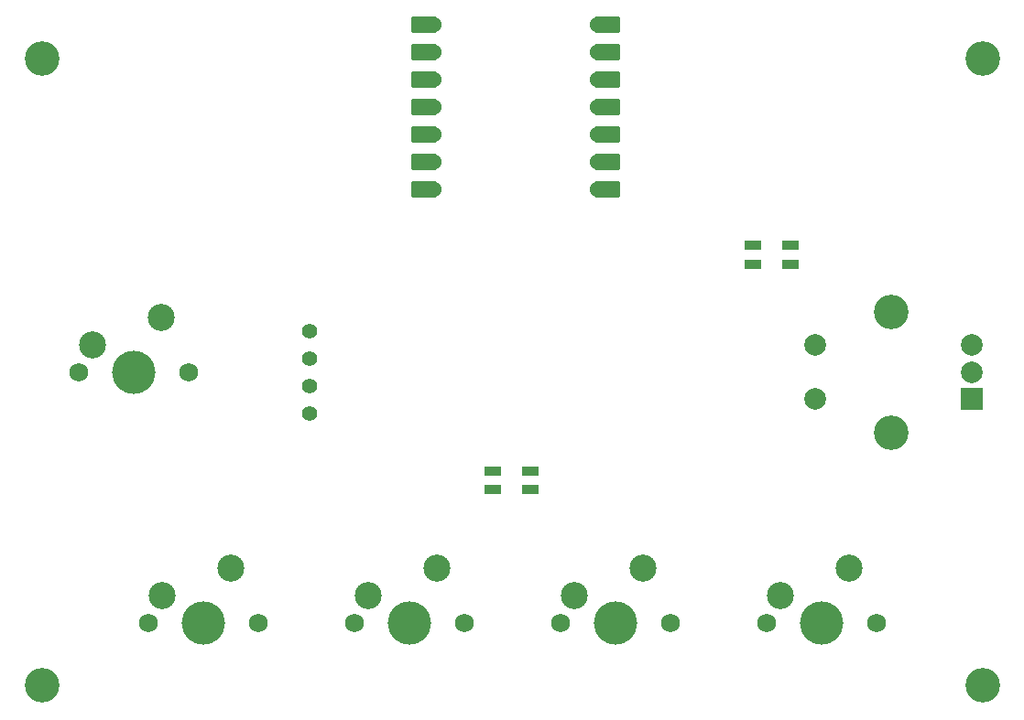
<source format=gts>
%TF.GenerationSoftware,KiCad,Pcbnew,9.0.7*%
%TF.CreationDate,2026-01-03T15:51:30+01:00*%
%TF.ProjectId,Hackpad,4861636b-7061-4642-9e6b-696361645f70,rev?*%
%TF.SameCoordinates,Original*%
%TF.FileFunction,Soldermask,Top*%
%TF.FilePolarity,Negative*%
%FSLAX46Y46*%
G04 Gerber Fmt 4.6, Leading zero omitted, Abs format (unit mm)*
G04 Created by KiCad (PCBNEW 9.0.7) date 2026-01-03 15:51:30*
%MOMM*%
%LPD*%
G01*
G04 APERTURE LIST*
G04 Aperture macros list*
%AMRoundRect*
0 Rectangle with rounded corners*
0 $1 Rounding radius*
0 $2 $3 $4 $5 $6 $7 $8 $9 X,Y pos of 4 corners*
0 Add a 4 corners polygon primitive as box body*
4,1,4,$2,$3,$4,$5,$6,$7,$8,$9,$2,$3,0*
0 Add four circle primitives for the rounded corners*
1,1,$1+$1,$2,$3*
1,1,$1+$1,$4,$5*
1,1,$1+$1,$6,$7*
1,1,$1+$1,$8,$9*
0 Add four rect primitives between the rounded corners*
20,1,$1+$1,$2,$3,$4,$5,0*
20,1,$1+$1,$4,$5,$6,$7,0*
20,1,$1+$1,$6,$7,$8,$9,0*
20,1,$1+$1,$8,$9,$2,$3,0*%
G04 Aperture macros list end*
%ADD10C,1.400000*%
%ADD11C,1.750000*%
%ADD12C,4.000000*%
%ADD13C,2.500000*%
%ADD14C,3.200000*%
%ADD15R,2.000000X2.000000*%
%ADD16C,2.000000*%
%ADD17R,1.600000X0.850000*%
%ADD18RoundRect,0.152400X1.063600X0.609600X-1.063600X0.609600X-1.063600X-0.609600X1.063600X-0.609600X0*%
%ADD19C,1.524000*%
%ADD20RoundRect,0.152400X-1.063600X-0.609600X1.063600X-0.609600X1.063600X0.609600X-1.063600X0.609600X0*%
G04 APERTURE END LIST*
D10*
%TO.C,OL1*%
X95750000Y-99190000D03*
X95750000Y-101730000D03*
X95750000Y-104270000D03*
X95750000Y-106810000D03*
%TD*%
D11*
%TO.C,SW2*%
X99895000Y-126206250D03*
D12*
X104975000Y-126206250D03*
D11*
X110055000Y-126206250D03*
D13*
X101165000Y-123666250D03*
X107515000Y-121126250D03*
%TD*%
D14*
%TO.C,REF\u002A\u002A*%
X71000000Y-74000000D03*
%TD*%
D11*
%TO.C,SW1*%
X80845000Y-126206250D03*
D12*
X85925000Y-126206250D03*
D11*
X91005000Y-126206250D03*
D13*
X82115000Y-123666250D03*
X88465000Y-121126250D03*
%TD*%
D15*
%TO.C,SW6*%
X157000000Y-105500000D03*
D16*
X157000000Y-100500000D03*
X157000000Y-103000000D03*
D14*
X149500000Y-108600000D03*
X149500000Y-97400000D03*
D16*
X142500000Y-100500000D03*
X142500000Y-105500000D03*
%TD*%
D17*
%TO.C,D1*%
X112700000Y-112125000D03*
X112700000Y-113875000D03*
X116200000Y-113875000D03*
X116200000Y-112125000D03*
%TD*%
D14*
%TO.C,REF\u002A\u002A*%
X158000000Y-74000000D03*
%TD*%
D18*
%TO.C,U1*%
X106385000Y-70880000D03*
D19*
X107220000Y-70880000D03*
D18*
X106385000Y-73420000D03*
D19*
X107220000Y-73420000D03*
D18*
X106385000Y-75960000D03*
D19*
X107220000Y-75960000D03*
D18*
X106385000Y-78500000D03*
D19*
X107220000Y-78500000D03*
D18*
X106385000Y-81040000D03*
D19*
X107220000Y-81040000D03*
D18*
X106385000Y-83580000D03*
D19*
X107220000Y-83580000D03*
D18*
X106385000Y-86120000D03*
D19*
X107220000Y-86120000D03*
X122460000Y-86120000D03*
D20*
X123295000Y-86120000D03*
D19*
X122460000Y-83580000D03*
D20*
X123295000Y-83580000D03*
D19*
X122460000Y-81040000D03*
D20*
X123295000Y-81040000D03*
D19*
X122460000Y-78500000D03*
D20*
X123295000Y-78500000D03*
D19*
X122460000Y-75960000D03*
D20*
X123295000Y-75960000D03*
D19*
X122460000Y-73420000D03*
D20*
X123295000Y-73420000D03*
D19*
X122460000Y-70880000D03*
D20*
X123295000Y-70880000D03*
%TD*%
D14*
%TO.C,REF\u002A\u002A*%
X158000000Y-132000000D03*
%TD*%
D17*
%TO.C,D2*%
X136700000Y-91250000D03*
X136700000Y-93000000D03*
X140200000Y-93000000D03*
X140200000Y-91250000D03*
%TD*%
D11*
%TO.C,SW5*%
X74420000Y-103000000D03*
D12*
X79500000Y-103000000D03*
D11*
X84580000Y-103000000D03*
D13*
X75690000Y-100460000D03*
X82040000Y-97920000D03*
%TD*%
D11*
%TO.C,SW4*%
X137995000Y-126206250D03*
D12*
X143075000Y-126206250D03*
D11*
X148155000Y-126206250D03*
D13*
X139265000Y-123666250D03*
X145615000Y-121126250D03*
%TD*%
D14*
%TO.C,REF\u002A\u002A*%
X71000000Y-132000000D03*
%TD*%
D11*
%TO.C,SW3*%
X118945000Y-126206250D03*
D12*
X124025000Y-126206250D03*
D11*
X129105000Y-126206250D03*
D13*
X120215000Y-123666250D03*
X126565000Y-121126250D03*
%TD*%
M02*

</source>
